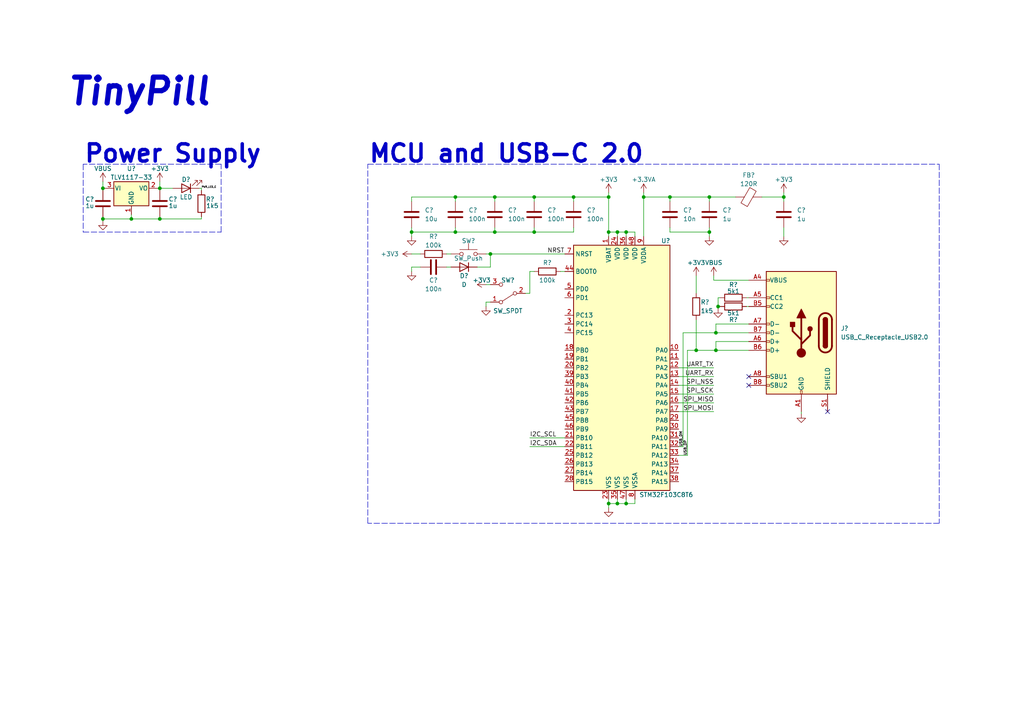
<source format=kicad_sch>
(kicad_sch (version 20211123) (generator eeschema)
  (paper "A4")
  (title_block (title "TinyPill Schematic") (date "2023-11-21") (rev "0.01") (company "John Trachte"))
  (lib_symbols
    (symbol "Connector:USB_C_Receptacle_USB2.0" (pin_names (offset 1.016))
      (property "Reference" "J" (at -10.16 19.05 0))
      (property "Value" "USB_C_Receptacle_USB2.0" (at 19.05 19.05 0))
      (symbol "USB_C_Receptacle_USB2.0_0_0"
        (rectangle (start -0.254 -17.78) (end 0.254 -16.764))
        (rectangle (start 10.16 -14.986) (end 9.144 -15.494))
        (rectangle (start 10.16 -12.446) (end 9.144 -12.954))
        (rectangle (start 10.16 -4.826) (end 9.144 -5.334))
        (rectangle (start 10.16 -2.286) (end 9.144 -2.794))
        (rectangle (start 10.16 0.254) (end 9.144 -0.254))
        (rectangle (start 10.16 2.794) (end 9.144 2.286))
        (rectangle (start 10.16 7.874) (end 9.144 7.366))
        (rectangle (start 10.16 10.414) (end 9.144 9.906))
        (rectangle (start 10.16 15.494) (end 9.144 14.986))
      )
      (symbol "USB_C_Receptacle_USB2.0_0_1"
        (rectangle (start -10.16 17.78) (end 10.16 -17.78) (stroke (width 0.254)) (fill (type background)))
        (arc (start -8.89 -3.81) (mid -6.985 -5.715) (end -5.08 -3.81) (stroke (width 0.508)))
        (arc (start -7.62 -3.81) (mid -6.985 -4.445) (end -6.35 -3.81) (stroke (width 0.254)))
        (arc (start -7.62 -3.81) (mid -6.985 -4.445) (end -6.35 -3.81) (stroke (width 0.254)) (fill (type outline)))
        (rectangle (start -7.62 -3.81) (end -6.35 3.81) (stroke (width 0.254)) (fill (type outline)))
        (arc (start -6.35 3.81) (mid -6.985 4.445) (end -7.62 3.81) (stroke (width 0.254)))
        (arc (start -6.35 3.81) (mid -6.985 4.445) (end -7.62 3.81) (stroke (width 0.254)) (fill (type outline)))
        (arc (start -5.08 3.81) (mid -6.985 5.715) (end -8.89 3.81) (stroke (width 0.508)))
        (circle (center -2.54 1.143) (radius 0.635) (stroke (width 0.254)) (fill (type outline)))
        (circle (center 0 -5.842) (radius 1.27) (fill (type outline)))
        (polyline (pts (xy -8.89 -3.81) (xy -8.89 3.81)) (stroke (width 0.508)))
        (polyline (pts (xy -5.08 3.81) (xy -5.08 -3.81)) (stroke (width 0.508)))
        (polyline (pts (xy 0 -5.842) (xy 0 4.318)) (stroke (width 0.508)))
        (polyline (pts (xy 0 -3.302) (xy -2.54 -0.762) (xy -2.54 0.508)) (stroke (width 0.508)))
        (polyline (pts (xy 0 -2.032) (xy 2.54 0.508) (xy 2.54 1.778)) (stroke (width 0.508)))
        (polyline (pts (xy -1.27 4.318) (xy 0 6.858) (xy 1.27 4.318) (xy -1.27 4.318)) (stroke (width 0.254)) (fill (type outline)))
        (rectangle (start 1.905 1.778) (end 3.175 3.048) (stroke (width 0.254)) (fill (type outline)))
      )
      (symbol "USB_C_Receptacle_USB2.0_1_1"
        (pin passive line (at 0 -22.86 90) (length 5.08) (name "GND") (number "A1"))
        (pin passive line (at 0 -22.86 90) (length 5.08) hide (name "GND") (number "A12"))
        (pin passive line (at 15.24 15.24 180) (length 5.08) (name "VBUS") (number "A4"))
        (pin bidirectional line (at 15.24 10.16 180) (length 5.08) (name "CC1") (number "A5"))
        (pin bidirectional line (at 15.24 -2.54 180) (length 5.08) (name "D+") (number "A6"))
        (pin bidirectional line (at 15.24 2.54 180) (length 5.08) (name "D-") (number "A7"))
        (pin bidirectional line (at 15.24 -12.7 180) (length 5.08) (name "SBU1") (number "A8"))
        (pin passive line (at 15.24 15.24 180) (length 5.08) hide (name "VBUS") (number "A9"))
        (pin passive line (at 0 -22.86 90) (length 5.08) hide (name "GND") (number "B1"))
        (pin passive line (at 0 -22.86 90) (length 5.08) hide (name "GND") (number "B12"))
        (pin passive line (at 15.24 15.24 180) (length 5.08) hide (name "VBUS") (number "B4"))
        (pin bidirectional line (at 15.24 7.62 180) (length 5.08) (name "CC2") (number "B5"))
        (pin bidirectional line (at 15.24 -5.08 180) (length 5.08) (name "D+") (number "B6"))
        (pin bidirectional line (at 15.24 0 180) (length 5.08) (name "D-") (number "B7"))
        (pin bidirectional line (at 15.24 -15.24 180) (length 5.08) (name "SBU2") (number "B8"))
        (pin passive line (at 15.24 15.24 180) (length 5.08) hide (name "VBUS") (number "B9"))
        (pin passive line (at -7.62 -22.86 90) (length 5.08) (name "SHIELD") (number "S1"))
      )
    )
    (symbol "Device:C" (pin_numbers hide) (pin_names (offset 0.254))
      (property "Reference" "C" (at 0.635 2.54 0))
      (property "Value" "C" (at 0.635 -2.54 0))
      (symbol "C_0_1"
        (polyline (pts (xy -2.032 -0.762) (xy 2.032 -0.762)) (stroke (width 0.508)))
        (polyline (pts (xy -2.032 0.762) (xy 2.032 0.762)) (stroke (width 0.508)))
      )
      (symbol "C_1_1"
        (pin passive line (at 0 3.81 270) (length 2.794) (name "~") (number "1"))
        (pin passive line (at 0 -3.81 90) (length 2.794) (name "~") (number "2"))
      )
    )
    (symbol "Device:D" (pin_numbers hide) (pin_names (offset 1.016) hide)
      (property "Reference" "D" (at 0 2.54 0))
      (property "Value" "D" (at 0 -2.54 0))
      (symbol "D_0_1"
        (polyline (pts (xy -1.27 1.27) (xy -1.27 -1.27)) (stroke (width 0.254)))
        (polyline (pts (xy 1.27 0) (xy -1.27 0)))
        (polyline (pts (xy 1.27 1.27) (xy 1.27 -1.27) (xy -1.27 0) (xy 1.27 1.27)) (stroke (width 0.254)))
      )
      (symbol "D_1_1"
        (pin passive line (at -3.81 0 0) (length 2.54) (name "K") (number "1"))
        (pin passive line (at 3.81 0 180) (length 2.54) (name "A") (number "2"))
      )
    )
    (symbol "Device:FerriteBead" (pin_numbers hide) (pin_names (offset 0))
      (property "Reference" "FB" (at -3.81 0.635 90))
      (property "Value" "FerriteBead" (at 3.81 0 90))
      (symbol "FerriteBead_0_1"
        (polyline (pts (xy 0 -1.27) (xy 0 -1.2192)))
        (polyline (pts (xy 0 1.27) (xy 0 1.2954)))
        (polyline (pts (xy -2.7686 0.4064) (xy -1.7018 2.2606) (xy 2.7686 -0.3048) (xy 1.6764 -2.159) (xy -2.7686 0.4064)))
      )
      (symbol "FerriteBead_1_1"
        (pin passive line (at 0 3.81 270) (length 2.54) (name "~") (number "1"))
        (pin passive line (at 0 -3.81 90) (length 2.54) (name "~") (number "2"))
      )
    )
    (symbol "Device:LED" (pin_numbers hide) (pin_names (offset 1.016) hide)
      (property "Reference" "D" (at 0 2.54 0))
      (property "Value" "LED" (at 0 -2.54 0))
      (symbol "LED_0_1"
        (polyline (pts (xy -1.27 -1.27) (xy -1.27 1.27)) (stroke (width 0.254)))
        (polyline (pts (xy -1.27 0) (xy 1.27 0)))
        (polyline (pts (xy 1.27 -1.27) (xy 1.27 1.27) (xy -1.27 0) (xy 1.27 -1.27)) (stroke (width 0.254)))
        (polyline (pts (xy -3.048 -0.762) (xy -4.572 -2.286) (xy -3.81 -2.286) (xy -4.572 -2.286) (xy -4.572 -1.524)))
        (polyline (pts (xy -1.778 -0.762) (xy -3.302 -2.286) (xy -2.54 -2.286) (xy -3.302 -2.286) (xy -3.302 -1.524)))
      )
      (symbol "LED_1_1"
        (pin passive line (at -3.81 0 0) (length 2.54) (name "K") (number "1"))
        (pin passive line (at 3.81 0 180) (length 2.54) (name "A") (number "2"))
      )
    )
    (symbol "Device:R" (pin_numbers hide) (pin_names (offset 0))
      (property "Reference" "R" (at 2.032 0 90))
      (property "Value" "R" (at 0 0 90))
      (symbol "R_0_1"
        (rectangle (start -1.016 -2.54) (end 1.016 2.54) (stroke (width 0.254)))
      )
      (symbol "R_1_1"
        (pin passive line (at 0 3.81 270) (length 1.27) (name "~") (number "1"))
        (pin passive line (at 0 -3.81 90) (length 1.27) (name "~") (number "2"))
      )
    )
    (symbol "MCU_ST_STM32F1:STM32F103C8Tx"
      (property "Reference" "U" (at -15.24 36.83 0))
      (property "Value" "STM32F103C8Tx" (at 7.62 36.83 0))
      (symbol "STM32F103C8Tx_0_1"
        (rectangle (start -15.24 -35.56) (end 12.7 35.56) (stroke (width 0.254)) (fill (type background)))
      )
      (symbol "STM32F103C8Tx_1_1"
        (pin power_in line (at -5.08 38.1 270) (length 2.54) (name "VBAT") (number "1"))
        (pin bidirectional line (at 15.24 5.08 180) (length 2.54) (name "PA0") (number "10"))
        (pin bidirectional line (at 15.24 2.54 180) (length 2.54) (name "PA1") (number "11"))
        (pin bidirectional line (at 15.24 0 180) (length 2.54) (name "PA2") (number "12"))
        (pin bidirectional line (at 15.24 -2.54 180) (length 2.54) (name "PA3") (number "13"))
        (pin bidirectional line (at 15.24 -5.08 180) (length 2.54) (name "PA4") (number "14"))
        (pin bidirectional line (at 15.24 -7.62 180) (length 2.54) (name "PA5") (number "15"))
        (pin bidirectional line (at 15.24 -10.16 180) (length 2.54) (name "PA6") (number "16"))
        (pin bidirectional line (at 15.24 -12.7 180) (length 2.54) (name "PA7") (number "17"))
        (pin bidirectional line (at -17.78 5.08 0) (length 2.54) (name "PB0") (number "18"))
        (pin bidirectional line (at -17.78 2.54 0) (length 2.54) (name "PB1") (number "19"))
        (pin bidirectional line (at -17.78 15.24 0) (length 2.54) (name "PC13") (number "2"))
        (pin bidirectional line (at -17.78 0 0) (length 2.54) (name "PB2") (number "20"))
        (pin bidirectional line (at -17.78 -20.32 0) (length 2.54) (name "PB10") (number "21"))
        (pin bidirectional line (at -17.78 -22.86 0) (length 2.54) (name "PB11") (number "22"))
        (pin power_in line (at -5.08 -38.1 90) (length 2.54) (name "VSS") (number "23"))
        (pin power_in line (at -2.54 38.1 270) (length 2.54) (name "VDD") (number "24"))
        (pin bidirectional line (at -17.78 -25.4 0) (length 2.54) (name "PB12") (number "25"))
        (pin bidirectional line (at -17.78 -27.94 0) (length 2.54) (name "PB13") (number "26"))
        (pin bidirectional line (at -17.78 -30.48 0) (length 2.54) (name "PB14") (number "27"))
        (pin bidirectional line (at -17.78 -33.02 0) (length 2.54) (name "PB15") (number "28"))
        (pin bidirectional line (at 15.24 -15.24 180) (length 2.54) (name "PA8") (number "29"))
        (pin bidirectional line (at -17.78 12.7 0) (length 2.54) (name "PC14") (number "3"))
        (pin bidirectional line (at 15.24 -17.78 180) (length 2.54) (name "PA9") (number "30"))
        (pin bidirectional line (at 15.24 -20.32 180) (length 2.54) (name "PA10") (number "31"))
        (pin bidirectional line (at 15.24 -22.86 180) (length 2.54) (name "PA11") (number "32"))
        (pin bidirectional line (at 15.24 -25.4 180) (length 2.54) (name "PA12") (number "33"))
        (pin bidirectional line (at 15.24 -27.94 180) (length 2.54) (name "PA13") (number "34"))
        (pin power_in line (at -2.54 -38.1 90) (length 2.54) (name "VSS") (number "35"))
        (pin power_in line (at 0 38.1 270) (length 2.54) (name "VDD") (number "36"))
        (pin bidirectional line (at 15.24 -30.48 180) (length 2.54) (name "PA14") (number "37"))
        (pin bidirectional line (at 15.24 -33.02 180) (length 2.54) (name "PA15") (number "38"))
        (pin bidirectional line (at -17.78 -2.54 0) (length 2.54) (name "PB3") (number "39"))
        (pin bidirectional line (at -17.78 10.16 0) (length 2.54) (name "PC15") (number "4"))
        (pin bidirectional line (at -17.78 -5.08 0) (length 2.54) (name "PB4") (number "40"))
        (pin bidirectional line (at -17.78 -7.62 0) (length 2.54) (name "PB5") (number "41"))
        (pin bidirectional line (at -17.78 -10.16 0) (length 2.54) (name "PB6") (number "42"))
        (pin bidirectional line (at -17.78 -12.7 0) (length 2.54) (name "PB7") (number "43"))
        (pin input line (at -17.78 27.94 0) (length 2.54) (name "BOOT0") (number "44"))
        (pin bidirectional line (at -17.78 -15.24 0) (length 2.54) (name "PB8") (number "45"))
        (pin bidirectional line (at -17.78 -17.78 0) (length 2.54) (name "PB9") (number "46"))
        (pin power_in line (at 0 -38.1 90) (length 2.54) (name "VSS") (number "47"))
        (pin power_in line (at 2.54 38.1 270) (length 2.54) (name "VDD") (number "48"))
        (pin input line (at -17.78 22.86 0) (length 2.54) (name "PD0") (number "5"))
        (pin input line (at -17.78 20.32 0) (length 2.54) (name "PD1") (number "6"))
        (pin input line (at -17.78 33.02 0) (length 2.54) (name "NRST") (number "7"))
        (pin power_in line (at 2.54 -38.1 90) (length 2.54) (name "VSSA") (number "8"))
        (pin power_in line (at 5.08 38.1 270) (length 2.54) (name "VDDA") (number "9"))
      )
    )
    (symbol "Regulator_Linear:TLV1117-33" (pin_names (offset 0.254))
      (property "Reference" "U" (at -3.81 3.175 0))
      (property "Value" "TLV1117-33" (at 0 3.175 0))
      (symbol "TLV1117-33_0_1"
        (rectangle (start -5.08 -5.08) (end 5.08 1.905) (stroke (width 0.254)) (fill (type background)))
      )
      (symbol "TLV1117-33_1_1"
        (pin power_in line (at 0 -7.62 90) (length 2.54) (name "GND") (number "1"))
        (pin power_out line (at 7.62 0 180) (length 2.54) (name "VO") (number "2"))
        (pin power_in line (at -7.62 0 0) (length 2.54) (name "VI") (number "3"))
      )
    )
    (symbol "Switch:SW_Push" (pin_numbers hide) (pin_names (offset 1.016) hide)
      (property "Reference" "SW" (at 1.27 2.54 0))
      (property "Value" "SW_Push" (at 0 -1.524 0))
      (symbol "SW_Push_0_1"
        (circle (center -2.032 0) (radius 0.508))
        (polyline (pts (xy 0 1.27) (xy 0 3.048)))
        (polyline (pts (xy 2.54 1.27) (xy -2.54 1.27)))
        (circle (center 2.032 0) (radius 0.508))
        (pin passive line (at -5.08 0 0) (length 2.54) (name "1") (number "1"))
        (pin passive line (at 5.08 0 180) (length 2.54) (name "2") (number "2"))
      )
    )
    (symbol "Switch:SW_SPDT" (pin_names (offset 0) hide)
      (property "Reference" "SW" (at 0 4.318 0))
      (property "Value" "SW_SPDT" (at 0 -5.08 0))
      (symbol "SW_SPDT_0_0"
        (circle (center -2.032 0) (radius 0.508))
        (circle (center 2.032 -2.54) (radius 0.508))
      )
      (symbol "SW_SPDT_0_1"
        (polyline (pts (xy -1.524 0.254) (xy 1.651 2.286)))
        (circle (center 2.032 2.54) (radius 0.508))
      )
      (symbol "SW_SPDT_1_1"
        (pin passive line (at 5.08 2.54 180) (length 2.54) (name "A") (number "1"))
        (pin passive line (at -5.08 0 0) (length 2.54) (name "B") (number "2"))
        (pin passive line (at 5.08 -2.54 180) (length 2.54) (name "C") (number "3"))
      )
    )
    (symbol "power:+3.3V" (power) (pin_names (offset 0))
      (property "Value" "+3.3V" (at 0 3.556 0))
      (symbol "+3.3V_0_1"
        (polyline (pts (xy -0.762 1.27) (xy 0 2.54)))
        (polyline (pts (xy 0 0) (xy 0 2.54)))
        (polyline (pts (xy 0 2.54) (xy 0.762 1.27)))
      )
      (symbol "+3.3V_1_1"
        (pin power_in line (at 0 0 90) (length 0) hide (name "+3V3") (number "1"))
      )
    )
    (symbol "power:+3.3VA" (power) (pin_names (offset 0))
      (property "Value" "+3.3VA" (at 0 3.556 0))
      (symbol "+3.3VA_0_1"
        (polyline (pts (xy -0.762 1.27) (xy 0 2.54)))
        (polyline (pts (xy 0 0) (xy 0 2.54)))
        (polyline (pts (xy 0 2.54) (xy 0.762 1.27)))
      )
      (symbol "+3.3VA_1_1"
        (pin power_in line (at 0 0 90) (length 0) hide (name "+3.3VA") (number "1"))
      )
    )
    (symbol "power:GND" (power) (pin_names (offset 0))
      (property "Value" "GND" (at 0 -3.81 0))
      (symbol "GND_0_1"
        (polyline (pts (xy 0 0) (xy 0 -1.27) (xy 1.27 -1.27) (xy 0 -2.54) (xy -1.27 -1.27) (xy 0 -1.27)))
      )
      (symbol "GND_1_1"
        (pin power_in line (at 0 0 270) (length 0) hide (name "GND") (number "1"))
      )
    )
    (symbol "power:VBUS" (power) (pin_names (offset 0))
      (property "Value" "VBUS" (at 0 3.81 0))
      (symbol "VBUS_0_1"
        (polyline (pts (xy -0.762 1.27) (xy 0 2.54)))
        (polyline (pts (xy 0 0) (xy 0 2.54)))
        (polyline (pts (xy 0 2.54) (xy 0.762 1.27)))
      )
      (symbol "VBUS_1_1"
        (pin power_in line (at 0 0 90) (length 0) hide (name "VBUS") (number "1"))
      )
    )
  )
  (junction (at 132.08 57.15))
  (junction (at 176.53 57.15))
  (junction (at 201.93 101.6))
  (junction (at 207.645 96.52))
  (junction (at 186.69 57.15))
  (junction (at 176.53 146.05))
  (junction (at 38.1 63.5))
  (junction (at 205.74 57.15))
  (junction (at 29.845 54.61))
  (junction (at 227.33 57.15))
  (junction (at 46.355 54.61))
  (junction (at 181.61 67.31))
  (junction (at 154.94 67.31))
  (junction (at 29.845 63.5))
  (junction (at 176.53 67.31))
  (junction (at 46.355 63.5))
  (junction (at 205.74 67.31))
  (junction (at 154.94 57.15))
  (junction (at 119.38 67.31))
  (junction (at 194.31 57.15))
  (junction (at 142.24 73.66))
  (junction (at 181.61 146.05))
  (junction (at 207.645 101.6))
  (junction (at 132.08 67.31))
  (junction (at 143.51 67.31))
  (junction (at 179.07 146.05))
  (junction (at 166.37 57.15))
  (junction (at 143.51 57.15))
  (junction (at 208.28 88.9))
  (junction (at 179.07 67.31))
  (no_connect (at 217.17 109.22))
  (no_connect (at 240.03 119.38))
  (no_connect (at 217.17 111.76))
  (wire (pts (xy 166.37 57.15) (xy 154.94 57.15)))
  (wire (pts (xy 232.41 119.38) (xy 232.41 120.015)))
  (wire (pts (xy 143.51 66.04) (xy 143.51 67.31)))
  (wire (pts (xy 208.28 86.36) (xy 208.915 86.36)))
  (wire (pts (xy 140.97 88.9) (xy 140.97 87.63)))
  (wire (pts (xy 207.01 80.01) (xy 207.01 81.28)))
  (wire (pts (xy 142.24 73.66) (xy 142.24 77.47)))
  (wire (pts (xy 58.42 62.865) (xy 58.42 63.5)))
  (wire (pts (xy 207.645 101.6) (xy 217.17 101.6)))
  (wire (pts (xy 154.94 67.31) (xy 166.37 67.31)))
  (wire (pts (xy 205.74 67.31) (xy 205.74 66.04)))
  (wire (pts (xy 217.17 99.06) (xy 207.645 99.06)))
  (wire (pts (xy 119.38 67.31) (xy 119.38 68.58)))
  (wire (pts (xy 181.61 67.31) (xy 181.61 68.58)))
  (wire (pts (xy 220.98 57.15) (xy 227.33 57.15)))
  (wire (pts (xy 186.69 55.88) (xy 186.69 57.15)))
  (wire (pts (xy 205.74 67.31) (xy 205.74 68.58)))
  (wire (pts (xy 194.31 66.04) (xy 194.31 67.31)))
  (wire (pts (xy 181.61 146.05) (xy 184.15 146.05)))
  (wire (pts (xy 216.535 86.36) (xy 217.17 86.36)))
  (wire (pts (xy 208.915 88.9) (xy 208.28 88.9)))
  (wire (pts (xy 57.785 54.61) (xy 58.42 54.61)))
  (wire (pts (xy 207.01 106.68) (xy 196.85 106.68)))
  (wire (pts (xy 184.15 67.31) (xy 184.15 68.58)))
  (wire (pts (xy 119.38 66.04) (xy 119.38 67.31)))
  (wire (pts (xy 163.83 127) (xy 153.67 127)))
  (wire (pts (xy 179.07 67.31) (xy 181.61 67.31)))
  (wire (pts (xy 58.42 54.61) (xy 58.42 55.245)))
  (wire (pts (xy 227.33 55.88) (xy 227.33 57.15)))
  (wire (pts (xy 184.15 146.05) (xy 184.15 144.78)))
  (polyline (pts (xy 24.13 57.785) (xy 24.13 67.31)))
  (wire (pts (xy 207.645 96.52) (xy 217.17 96.52)))
  (polyline (pts (xy 106.68 47.625) (xy 111.76 47.625)))
  (wire (pts (xy 46.355 62.865) (xy 46.355 63.5)))
  (polyline (pts (xy 272.415 47.625) (xy 272.415 151.765)))
  (wire (pts (xy 46.355 54.61) (xy 46.355 55.245)))
  (wire (pts (xy 29.845 54.61) (xy 30.48 54.61)))
  (wire (pts (xy 194.31 57.15) (xy 205.74 57.15)))
  (wire (pts (xy 119.38 57.15) (xy 119.38 58.42)))
  (wire (pts (xy 45.72 54.61) (xy 46.355 54.61)))
  (wire (pts (xy 38.1 63.5) (xy 46.355 63.5)))
  (wire (pts (xy 143.51 57.15) (xy 132.08 57.15)))
  (wire (pts (xy 129.54 73.66) (xy 130.81 73.66)))
  (wire (pts (xy 153.67 85.09) (xy 152.4 85.09)))
  (wire (pts (xy 198.12 96.52) (xy 207.645 96.52)))
  (wire (pts (xy 119.38 73.66) (xy 121.92 73.66)))
  (polyline (pts (xy 64.135 67.31) (xy 64.135 47.625)))
  (wire (pts (xy 29.845 63.5) (xy 29.845 64.135)))
  (wire (pts (xy 194.31 67.31) (xy 205.74 67.31)))
  (wire (pts (xy 140.97 73.66) (xy 142.24 73.66)))
  (wire (pts (xy 198.12 129.54) (xy 198.12 96.52)))
  (wire (pts (xy 205.74 57.15) (xy 213.36 57.15)))
  (wire (pts (xy 176.53 57.15) (xy 166.37 57.15)))
  (wire (pts (xy 119.38 77.47) (xy 121.92 77.47)))
  (polyline (pts (xy 24.13 47.625) (xy 24.13 57.785)))
  (wire (pts (xy 196.85 132.08) (xy 199.39 132.08)))
  (wire (pts (xy 181.61 144.78) (xy 181.61 146.05)))
  (wire (pts (xy 46.355 52.705) (xy 46.355 54.61)))
  (wire (pts (xy 176.53 67.31) (xy 176.53 68.58)))
  (wire (pts (xy 227.33 57.15) (xy 227.33 58.42)))
  (wire (pts (xy 132.08 66.04) (xy 132.08 67.31)))
  (wire (pts (xy 179.07 67.31) (xy 179.07 68.58)))
  (wire (pts (xy 166.37 67.31) (xy 166.37 66.04)))
  (polyline (pts (xy 111.76 47.625) (xy 272.415 47.625)))
  (wire (pts (xy 140.97 82.55) (xy 142.24 82.55)))
  (wire (pts (xy 176.53 55.88) (xy 176.53 57.15)))
  (wire (pts (xy 186.69 57.15) (xy 194.31 57.15)))
  (wire (pts (xy 196.85 114.3) (xy 207.01 114.3)))
  (wire (pts (xy 154.94 57.15) (xy 143.51 57.15)))
  (wire (pts (xy 154.94 66.04) (xy 154.94 67.31)))
  (wire (pts (xy 208.28 88.9) (xy 208.28 86.36)))
  (polyline (pts (xy 64.135 47.625) (xy 24.13 47.625)))
  (wire (pts (xy 207.645 93.98) (xy 207.645 96.52)))
  (wire (pts (xy 29.845 54.61) (xy 29.845 55.245)))
  (wire (pts (xy 140.97 87.63) (xy 142.24 87.63)))
  (wire (pts (xy 196.85 129.54) (xy 198.12 129.54)))
  (wire (pts (xy 154.94 78.74) (xy 153.67 78.74)))
  (wire (pts (xy 201.93 80.01) (xy 201.93 85.09)))
  (wire (pts (xy 29.845 62.865) (xy 29.845 63.5)))
  (wire (pts (xy 143.51 67.31) (xy 154.94 67.31)))
  (wire (pts (xy 201.93 92.71) (xy 201.93 101.6)))
  (wire (pts (xy 196.85 109.22) (xy 207.01 109.22)))
  (wire (pts (xy 207.645 99.06) (xy 207.645 101.6)))
  (polyline (pts (xy 106.68 151.765) (xy 106.68 47.625)))
  (wire (pts (xy 119.38 67.31) (xy 132.08 67.31)))
  (wire (pts (xy 58.42 63.5) (xy 46.355 63.5)))
  (wire (pts (xy 138.43 77.47) (xy 142.24 77.47)))
  (wire (pts (xy 166.37 57.15) (xy 166.37 58.42)))
  (wire (pts (xy 176.53 57.15) (xy 176.53 67.31)))
  (wire (pts (xy 129.54 77.47) (xy 130.81 77.47)))
  (wire (pts (xy 196.85 116.84) (xy 207.01 116.84)))
  (wire (pts (xy 199.39 132.08) (xy 199.39 101.6)))
  (wire (pts (xy 217.17 93.98) (xy 207.645 93.98)))
  (wire (pts (xy 142.24 73.66) (xy 163.83 73.66)))
  (wire (pts (xy 162.56 78.74) (xy 163.83 78.74)))
  (wire (pts (xy 176.53 146.05) (xy 176.53 147.32)))
  (wire (pts (xy 194.31 58.42) (xy 194.31 57.15)))
  (wire (pts (xy 176.53 146.05) (xy 179.07 146.05)))
  (polyline (pts (xy 272.415 151.765) (xy 106.68 151.765)))
  (wire (pts (xy 227.33 66.04) (xy 227.33 68.58)))
  (wire (pts (xy 196.85 119.38) (xy 207.01 119.38)))
  (wire (pts (xy 153.67 78.74) (xy 153.67 85.09)))
  (wire (pts (xy 208.28 88.9) (xy 208.28 89.535)))
  (wire (pts (xy 201.93 101.6) (xy 207.645 101.6)))
  (wire (pts (xy 216.535 88.9) (xy 217.17 88.9)))
  (wire (pts (xy 207.01 111.76) (xy 196.85 111.76)))
  (wire (pts (xy 179.07 146.05) (xy 181.61 146.05)))
  (wire (pts (xy 154.94 57.15) (xy 154.94 58.42)))
  (wire (pts (xy 132.08 67.31) (xy 143.51 67.31)))
  (wire (pts (xy 119.38 77.47) (xy 119.38 78.74)))
  (wire (pts (xy 46.355 54.61) (xy 50.165 54.61)))
  (wire (pts (xy 132.08 57.15) (xy 119.38 57.15)))
  (wire (pts (xy 207.01 81.28) (xy 217.17 81.28)))
  (wire (pts (xy 29.845 63.5) (xy 38.1 63.5)))
  (wire (pts (xy 176.53 144.78) (xy 176.53 146.05)))
  (wire (pts (xy 186.69 57.15) (xy 186.69 68.58)))
  (wire (pts (xy 38.1 62.23) (xy 38.1 63.5)))
  (wire (pts (xy 132.08 57.15) (xy 132.08 58.42)))
  (wire (pts (xy 199.39 101.6) (xy 201.93 101.6)))
  (wire (pts (xy 179.07 144.78) (xy 179.07 146.05)))
  (wire (pts (xy 205.74 58.42) (xy 205.74 57.15)))
  (wire (pts (xy 153.67 129.54) (xy 163.83 129.54)))
  (polyline (pts (xy 24.13 67.31) (xy 64.135 67.31)))
  (wire (pts (xy 176.53 67.31) (xy 179.07 67.31)))
  (wire (pts (xy 181.61 67.31) (xy 184.15 67.31)))
  (wire (pts (xy 29.845 52.705) (xy 29.845 54.61)))
  (wire (pts (xy 143.51 57.15) (xy 143.51 58.42)))
  (text "TinyPill" (at 19.05 31.115 0) (effects (font (size 7.5 7.5) (thickness 1.5) bold italic) (justify left bottom)))
  (text "MCU and USB-C 2.0" (at 106.68 47.625 0) (effects (font (size 5 5) (thickness 1) bold) (justify left bottom)))
  (text "Power Supply" (at 24.13 47.625 0) (effects (font (size 5 5) (thickness 1) bold) (justify left bottom)))
  (label "I2C_SDA" (at 153.67 129.54 0))
  (label "USB_DM" (at 198.12 129.54 90) (effects (font (size 0.75 0.75))))
  (label "SPI_MISO" (at 207.01 116.84 180))
  (label "SPI_SCK" (at 207.01 114.3 180))
  (label "UART_TX" (at 207.01 106.68 180))
  (label "UART_RX" (at 207.01 109.22 180))
  (label "PWR_LED_C" (at 58.42 54.61 0) (effects (font (size 0.5 0.5))))
  (label "I2C_SCL" (at 153.67 127 0))
  (label "SPI_MOSI" (at 207.01 119.38 180))
  (label "SPI_NSS" (at 207.01 111.76 180))
  (label "USB_DP" (at 199.39 132.08 90) (effects (font (size 0.75 0.75))))
  (label "NRST" (at 158.75 73.66 0))
  (symbol (lib_id "Device:R") (at 158.75 78.74 90) (unit 1)
    (property "Reference" "R?" (at 158.75 76.2 90))
    (property "Value" "100k" (at 158.75 81.28 90))
  )
  (symbol (lib_id "Device:D") (at 134.62 77.47 180) (unit 1)
    (property "Reference" "D?" (at 134.62 80.01 0))
    (property "Value" "D" (at 134.62 82.55 0))
  )
  (symbol (lib_id "Device:C") (at 227.33 62.23 0) (unit 1)
    (property "Reference" "C?" (at 231.14 60.9599 0) (effects (justify left)))
    (property "Value" "1u" (at 231.14 63.4999 0) (effects (justify left)))
  )
  (symbol (lib_id "Device:LED") (at 53.975 54.61 180) (unit 1)
    (property "Reference" "D?" (at 53.975 52.07 0))
    (property "Value" "LED" (at 53.975 57.15 0))
  )
  (symbol (lib_id "power:+3.3V") (at 119.38 73.66 90) (unit 1)
    (property "Reference" "#PWR?" (effects hide))
    (property "Value" "+3.3V" (at 113.03 73.66 90))
  )
  (symbol (lib_id "power:GND") (at 176.53 147.32 0) (unit 1)
    (property "Reference" "#PWR?" (effects hide))
    (property "Value" "GND" (effects hide))
  )
  (symbol (lib_id "Device:C") (at 154.94 62.23 0) (unit 1)
    (property "Reference" "C?" (at 158.75 60.9599 0) (effects (justify left)))
    (property "Value" "100n" (at 158.75 63.4999 0) (effects (justify left)))
  )
  (symbol (lib_id "power:GND") (at 119.38 78.74 0) (unit 1)
    (property "Reference" "#PWR?" (effects hide))
    (property "Value" "GND" (effects hide))
  )
  (symbol (lib_id "power:+3.3V") (at 176.53 55.88 0) (unit 1)
    (property "Reference" "#PWR?" (effects hide))
    (property "Value" "+3.3V" (at 176.53 52.07 0))
  )
  (symbol (lib_id "power:+3.3V") (at 46.355 52.705 0) (unit 1)
    (property "Reference" "#PWR?" (effects hide))
    (property "Value" "+3.3V" (at 46.355 48.895 0))
  )
  (symbol (lib_id "power:GND") (at 29.845 64.135 0) (unit 1)
    (property "Reference" "#PWR?" (effects hide))
    (property "Value" "GND" (effects hide))
  )
  (symbol (lib_id "power:VBUS") (at 29.845 52.705 0) (unit 1)
    (property "Reference" "#PWR?" (effects hide))
    (property "Value" "VBUS" (at 29.845 48.895 0))
  )
  (symbol (lib_id "power:GND") (at 205.74 68.58 0) (unit 1)
    (property "Reference" "#PWR?" (effects hide))
    (property "Value" "GND" (effects hide))
  )
  (symbol (lib_id "power:GND") (at 232.41 120.015 0) (unit 1)
    (property "Reference" "#PWR?" (effects hide))
    (property "Value" "GND" (effects hide))
  )
  (symbol (lib_id "Device:C") (at 143.51 62.23 0) (unit 1)
    (property "Reference" "C?" (at 147.32 60.9599 0) (effects (justify left)))
    (property "Value" "100n" (at 147.32 63.4999 0) (effects (justify left)))
  )
  (symbol (lib_id "Device:C") (at 166.37 62.23 0) (unit 1)
    (property "Reference" "C?" (at 170.18 60.9599 0) (effects (justify left)))
    (property "Value" "100n" (at 170.18 63.4999 0) (effects (justify left)))
  )
  (symbol (lib_id "power:VBUS") (at 207.01 80.01 0) (unit 1)
    (property "Reference" "#PWR?" (effects hide))
    (property "Value" "VBUS" (at 207.01 76.2 0))
  )
  (symbol (lib_id "Device:R") (at 125.73 73.66 90) (unit 1)
    (property "Reference" "R?" (at 125.73 68.58 90))
    (property "Value" "100k" (at 125.73 71.12 90))
  )
  (symbol (lib_id "power:+3.3V") (at 227.33 55.88 0) (unit 1)
    (property "Reference" "#PWR?" (effects hide))
    (property "Value" "+3.3V" (at 227.33 52.07 0))
  )
  (symbol (lib_id "power:GND") (at 119.38 68.58 0) (unit 1)
    (property "Reference" "#PWR?" (effects hide))
    (property "Value" "GND" (effects hide))
  )
  (symbol (lib_id "Regulator_Linear:TLV1117-33") (at 38.1 54.61 0) (unit 1)
    (property "Reference" "U?" (at 38.1 48.895 0))
    (property "Value" "TLV1117-33" (at 38.1 51.435 0))
    (property "Datasheet" "http://www.ti.com/lit/ds/symlink/tlv1117.pdf" (effects hide))
  )
  (symbol (lib_id "power:GND") (at 140.97 88.9 0) (unit 1)
    (property "Reference" "#PWR?" (effects hide))
    (property "Value" "GND" (effects hide))
  )
  (symbol (lib_id "Switch:SW_Push") (at 135.89 73.66 0) (unit 1)
    (property "Reference" "SW?" (at 135.89 69.85 0))
    (property "Value" "SW_Push" (at 135.89 74.93 0))
  )
  (symbol (lib_id "Device:R") (at 201.93 88.9 0) (unit 1)
    (property "Reference" "R?" (at 203.2 87.63 0) (effects (justify left)))
    (property "Value" "1k5" (at 203.2 90.17 0) (effects (justify left)))
  )
  (symbol (lib_id "Device:C") (at 29.845 59.055 0) (unit 1)
    (property "Reference" "C?" (at 26.035 57.785 0))
    (property "Value" "1u" (at 26.035 59.69 0))
  )
  (symbol (lib_id "Device:R") (at 212.725 88.9 90) (unit 1)
    (property "Reference" "R?" (at 212.725 92.71 90))
    (property "Value" "5k1" (at 212.725 90.805 90))
  )
  (symbol (lib_id "Device:C") (at 132.08 62.23 0) (unit 1)
    (property "Reference" "C?" (at 135.89 60.9599 0) (effects (justify left)))
    (property "Value" "100n" (at 135.89 63.4999 0) (effects (justify left)))
  )
  (symbol (lib_id "power:+3.3V") (at 201.93 80.01 0) (unit 1)
    (property "Reference" "#PWR?" (effects hide))
    (property "Value" "+3.3V" (at 201.93 76.2 0))
  )
  (symbol (lib_id "Device:C") (at 205.74 62.23 0) (unit 1)
    (property "Reference" "C?" (at 209.55 60.9599 0) (effects (justify left)))
    (property "Value" "1u" (at 209.55 63.4999 0) (effects (justify left)))
  )
  (symbol (lib_id "power:+3.3V") (at 140.97 82.55 90) (unit 1)
    (property "Reference" "#PWR?" (effects hide))
    (property "Value" "+3.3V" (at 139.7 81.28 90))
  )
  (symbol (lib_id "Device:FerriteBead") (at 217.17 57.15 90) (unit 1)
    (property "Reference" "FB?" (at 217.17 50.8 90))
    (property "Value" "120R" (at 217.17 53.34 90))
  )
  (symbol (lib_id "Device:C") (at 46.355 59.055 0) (unit 1)
    (property "Reference" "C?" (at 50.165 57.785 0))
    (property "Value" "1u" (at 50.165 59.69 0))
  )
  (symbol (lib_id "MCU_ST_STM32F1:STM32F103C8Tx") (at 181.61 106.68 0) (unit 1)
    (property "Reference" "U?" (at 191.77 69.85 0) (effects (justify left)))
    (property "Value" "STM32F103C8T6" (at 185.42 143.51 0) (effects (justify left)))
    (property "Footprint" "Package_QFP:LQFP-48_7x7mm_P0.5mm" (effects hide))
    (property "Datasheet" "http://www.st.com/st-web-ui/static/active/en/resource/technical/document/datasheet/CD00161566.pdf" (effects hide))
  )
  (symbol (lib_id "Switch:SW_SPDT") (at 147.32 85.09 180) (unit 1)
    (property "Reference" "SW?" (at 147.32 81.28 0))
    (property "Value" "SW_SPDT" (at 147.32 90.17 0))
  )
  (symbol (lib_id "Device:R") (at 58.42 59.055 180) (unit 1)
    (property "Reference" "R?" (at 60.96 57.785 0))
    (property "Value" "1k5" (at 61.595 59.69 0))
  )
  (symbol (lib_id "Device:C") (at 194.31 62.23 0) (unit 1)
    (property "Reference" "C?" (at 198.12 60.9599 0) (effects (justify left)))
    (property "Value" "10n" (at 198.12 63.4999 0) (effects (justify left)))
  )
  (symbol (lib_id "power:+3.3VA") (at 186.69 55.88 0) (unit 1)
    (property "Reference" "#PWR?" (effects hide))
    (property "Value" "+3.3VA" (at 186.69 52.07 0))
  )
  (symbol (lib_id "Device:C") (at 125.73 77.47 270) (unit 1)
    (property "Reference" "C?" (at 125.73 81.28 90))
    (property "Value" "100n" (at 125.73 83.82 90))
  )
  (symbol (lib_id "Connector:USB_C_Receptacle_USB2.0") (at 232.41 96.52 0) (mirror y) (unit 1)
    (property "Reference" "J?" (at 243.84 95.2499 0) (effects (justify right)))
    (property "Value" "USB_C_Receptacle_USB2.0" (at 243.84 97.7899 0) (effects (justify right)))
    (property "Datasheet" "https://www.usb.org/sites/default/files/documents/usb_type-c.zip" (effects hide))
  )
  (symbol (lib_id "power:GND") (at 208.28 89.535 0) (unit 1)
    (property "Reference" "#PWR?" (effects hide))
    (property "Value" "GND" (effects hide))
  )
  (symbol (lib_id "power:GND") (at 227.33 68.58 0) (unit 1)
    (property "Reference" "#PWR?" (effects hide))
    (property "Value" "GND" (effects hide))
  )
  (symbol (lib_id "Device:R") (at 212.725 86.36 270) (unit 1)
    (property "Reference" "R?" (at 212.725 82.55 90))
    (property "Value" "5k1" (at 212.725 84.455 90))
  )
  (symbol (lib_id "Device:C") (at 119.38 62.23 0) (unit 1)
    (property "Reference" "C?" (at 123.19 60.9599 0) (effects (justify left)))
    (property "Value" "10u" (at 123.19 63.4999 0) (effects (justify left)))
  )
)
</source>
